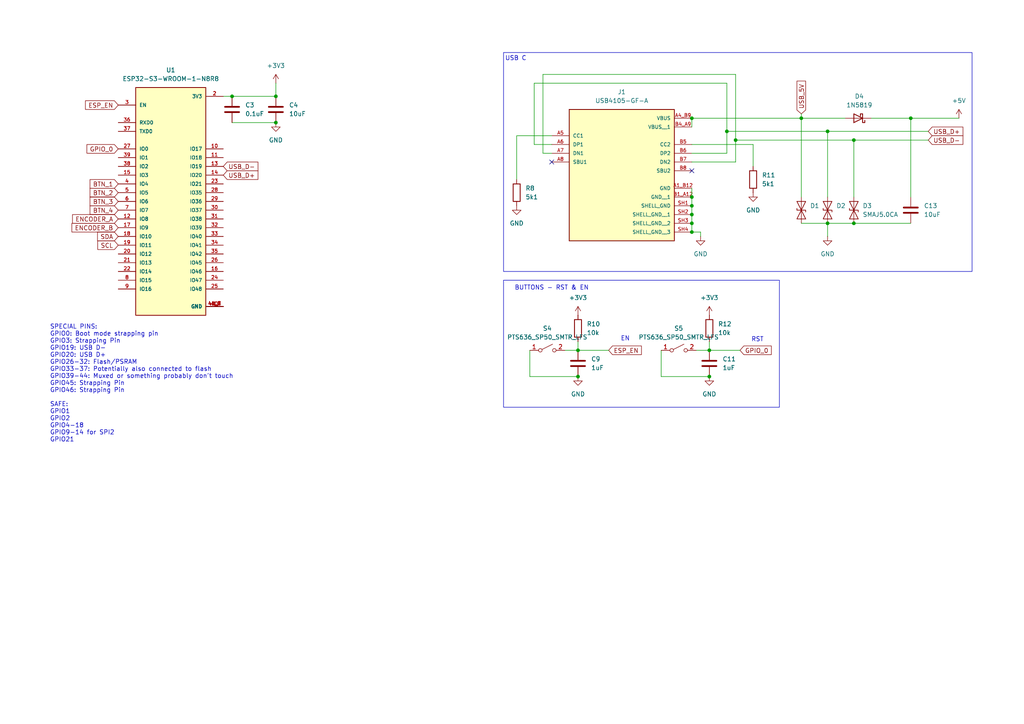
<source format=kicad_sch>
(kicad_sch (version 20231120) (generator "eeschema") (generator_version "8.0")
  (paper "A4")
  (lib_symbols
    (symbol "Device:C" (pin_numbers hide) (pin_names (offset 0.254))
      (property "Reference" "C" (at 0.635 2.54 0))
      (property "Value" "C" (at 0.635 -2.54 0))
      (symbol "C_0_1"
        (polyline (pts (xy -2.032 -0.762) (xy 2.032 -0.762)) (stroke (width 0.508)))
        (polyline (pts (xy -2.032 0.762) (xy 2.032 0.762)) (stroke (width 0.508)))
      )
      (symbol "C_1_1"
        (pin passive line (at 0 3.81 270) (length 2.794) (name "~") (number "1"))
        (pin passive line (at 0 -3.81 90) (length 2.794) (name "~") (number "2"))
      )
    )
    (symbol "Device:R" (pin_numbers hide) (pin_names (offset 0))
      (property "Reference" "R" (at 2.032 0 90))
      (property "Value" "R" (at 0 0 90))
      (symbol "R_0_1"
        (rectangle (start -1.016 -2.54) (end 1.016 2.54) (stroke (width 0.254)))
      )
      (symbol "R_1_1"
        (pin passive line (at 0 3.81 270) (length 1.27) (name "~") (number "1"))
        (pin passive line (at 0 -3.81 90) (length 1.27) (name "~") (number "2"))
      )
    )
    (symbol "Diode:1N5819" (pin_numbers hide) (pin_names (offset 1.016) hide)
      (property "Reference" "D" (at 0 2.54 0))
      (property "Value" "1N5819" (at 0 -2.54 0))
      (symbol "1N5819_0_1"
        (polyline (pts (xy 1.27 0) (xy -1.27 0)))
        (polyline (pts (xy 1.27 1.27) (xy 1.27 -1.27) (xy -1.27 0) (xy 1.27 1.27)) (stroke (width 0.254)))
        (polyline (pts (xy -1.905 0.635) (xy -1.905 1.27) (xy -1.27 1.27) (xy -1.27 -1.27) (xy -0.635 -1.27) (xy -0.635 -0.635)) (stroke (width 0.254)))
      )
      (symbol "1N5819_1_1"
        (pin passive line (at -3.81 0 0) (length 2.54) (name "K") (number "1"))
        (pin passive line (at 3.81 0 180) (length 2.54) (name "A") (number "2"))
      )
    )
    (symbol "Diode:SMAJ5.0CA" (pin_numbers hide) (pin_names (offset 1.016) hide)
      (property "Reference" "D" (at 0 2.54 0))
      (property "Value" "SMAJ5.0CA" (at 0 -2.54 0))
      (symbol "SMAJ5.0CA_0_1"
        (polyline (pts (xy 1.27 0) (xy -1.27 0)))
        (polyline (pts (xy -2.54 -1.27) (xy 0 0) (xy -2.54 1.27) (xy -2.54 -1.27)) (stroke (width 0.2032)))
        (polyline (pts (xy 0.508 1.27) (xy 0 1.27) (xy 0 -1.27) (xy -0.508 -1.27)) (stroke (width 0.2032)))
        (polyline (pts (xy 2.54 1.27) (xy 2.54 -1.27) (xy 0 0) (xy 2.54 1.27)) (stroke (width 0.2032)))
      )
      (symbol "SMAJ5.0CA_1_1"
        (pin passive line (at -3.81 0 0) (length 2.54) (name "A1") (number "1"))
        (pin passive line (at 3.81 0 180) (length 2.54) (name "A2") (number "2"))
      )
    )
    (symbol "Snapeda:ESP32-S3-WROOM-1-N8R8" (pin_names (offset 1.016))
      (property "Reference" "U" (at -10.16 34.1122 0))
      (property "Value" "ESP32-S3-WROOM-1-N8R8" (at -10.16 -35.56 0))
      (symbol "ESP32-S3-WROOM-1-N8R8_0_0"
        (rectangle (start -10.16 -33.02) (end 10.16 33.02) (stroke (width 0.254)) (fill (type background)))
        (pin power_in line (at 15.24 -30.48 180) (length 5.08) (name "GND") (number "1"))
        (pin bidirectional line (at 15.24 15.24 180) (length 5.08) (name "IO17") (number "10"))
        (pin bidirectional line (at 15.24 12.7 180) (length 5.08) (name "IO18") (number "11"))
        (pin bidirectional line (at -15.24 -5.08 0) (length 5.08) (name "IO8") (number "12"))
        (pin bidirectional line (at 15.24 10.16 180) (length 5.08) (name "IO19") (number "13"))
        (pin bidirectional line (at 15.24 7.62 180) (length 5.08) (name "IO20") (number "14"))
        (pin bidirectional line (at -15.24 7.62 0) (length 5.08) (name "IO3") (number "15"))
        (pin bidirectional line (at 15.24 -20.32 180) (length 5.08) (name "IO46") (number "16"))
        (pin bidirectional line (at -15.24 -7.62 0) (length 5.08) (name "IO9") (number "17"))
        (pin bidirectional line (at -15.24 -10.16 0) (length 5.08) (name "IO10") (number "18"))
        (pin bidirectional line (at -15.24 -12.7 0) (length 5.08) (name "IO11") (number "19"))
        (pin power_in line (at 15.24 30.48 180) (length 5.08) (name "3V3") (number "2"))
        (pin bidirectional line (at -15.24 -15.24 0) (length 5.08) (name "IO12") (number "20"))
        (pin bidirectional line (at -15.24 -17.78 0) (length 5.08) (name "IO13") (number "21"))
        (pin bidirectional line (at -15.24 -20.32 0) (length 5.08) (name "IO14") (number "22"))
        (pin bidirectional line (at 15.24 5.08 180) (length 5.08) (name "IO21") (number "23"))
        (pin bidirectional line (at 15.24 -22.86 180) (length 5.08) (name "IO47") (number "24"))
        (pin bidirectional line (at 15.24 -25.4 180) (length 5.08) (name "IO48") (number "25"))
        (pin bidirectional line (at 15.24 -17.78 180) (length 5.08) (name "IO45") (number "26"))
        (pin bidirectional line (at -15.24 15.24 0) (length 5.08) (name "IO0") (number "27"))
        (pin bidirectional line (at 15.24 2.54 180) (length 5.08) (name "IO35") (number "28"))
        (pin bidirectional line (at 15.24 0 180) (length 5.08) (name "IO36") (number "29"))
        (pin input line (at -15.24 27.94 0) (length 5.08) (name "EN") (number "3"))
        (pin bidirectional line (at 15.24 -2.54 180) (length 5.08) (name "IO37") (number "30"))
        (pin bidirectional line (at 15.24 -5.08 180) (length 5.08) (name "IO38") (number "31"))
        (pin bidirectional line (at 15.24 -7.62 180) (length 5.08) (name "IO39") (number "32"))
        (pin bidirectional line (at 15.24 -10.16 180) (length 5.08) (name "IO40") (number "33"))
        (pin bidirectional line (at 15.24 -12.7 180) (length 5.08) (name "IO41") (number "34"))
        (pin bidirectional line (at 15.24 -15.24 180) (length 5.08) (name "IO42") (number "35"))
        (pin bidirectional line (at -15.24 22.86 0) (length 5.08) (name "RXD0") (number "36"))
        (pin bidirectional line (at -15.24 20.32 0) (length 5.08) (name "TXD0") (number "37"))
        (pin bidirectional line (at -15.24 10.16 0) (length 5.08) (name "IO2") (number "38"))
        (pin bidirectional line (at -15.24 12.7 0) (length 5.08) (name "IO1") (number "39"))
        (pin bidirectional line (at -15.24 5.08 0) (length 5.08) (name "IO4") (number "4"))
        (pin power_in line (at 15.24 -30.48 180) (length 5.08) (name "GND") (number "40"))
        (pin power_in line (at 15.24 -30.48 180) (length 5.08) (name "GND") (number "41_1"))
        (pin power_in line (at 15.24 -30.48 180) (length 5.08) (name "GND") (number "41_2"))
        (pin power_in line (at 15.24 -30.48 180) (length 5.08) (name "GND") (number "41_3"))
        (pin power_in line (at 15.24 -30.48 180) (length 5.08) (name "GND") (number "41_4"))
        (pin power_in line (at 15.24 -30.48 180) (length 5.08) (name "GND") (number "41_5"))
        (pin power_in line (at 15.24 -30.48 180) (length 5.08) (name "GND") (number "41_6"))
        (pin power_in line (at 15.24 -30.48 180) (length 5.08) (name "GND") (number "41_7"))
        (pin power_in line (at 15.24 -30.48 180) (length 5.08) (name "GND") (number "41_8"))
        (pin power_in line (at 15.24 -30.48 180) (length 5.08) (name "GND") (number "41_9"))
        (pin bidirectional line (at -15.24 2.54 0) (length 5.08) (name "IO5") (number "5"))
        (pin bidirectional line (at -15.24 0 0) (length 5.08) (name "IO6") (number "6"))
        (pin bidirectional line (at -15.24 -2.54 0) (length 5.08) (name "IO7") (number "7"))
        (pin bidirectional line (at -15.24 -22.86 0) (length 5.08) (name "IO15") (number "8"))
        (pin bidirectional line (at -15.24 -25.4 0) (length 5.08) (name "IO16") (number "9"))
      )
    )
    (symbol "Snapeda:USB4105-GF-A" (pin_names (offset 1.016))
      (property "Reference" "J" (at -15.24 13.97 0))
      (property "Value" "USB4105-GF-A" (at -15.24 -27.94 0))
      (symbol "USB4105-GF-A_0_0"
        (rectangle (start -15.24 -25.4) (end 15.24 12.7) (stroke (width 0.254)) (fill (type background)))
        (pin power_in line (at 20.32 -10.16 180) (length 5.08) (name "GND") (number "A1_B12"))
        (pin power_in line (at 20.32 10.16 180) (length 5.08) (name "VBUS") (number "A4_B9"))
        (pin bidirectional line (at -20.32 5.08 0) (length 5.08) (name "CC1") (number "A5"))
        (pin bidirectional line (at -20.32 2.54 0) (length 5.08) (name "DP1") (number "A6"))
        (pin bidirectional line (at -20.32 0 0) (length 5.08) (name "DN1") (number "A7"))
        (pin bidirectional line (at -20.32 -2.54 0) (length 5.08) (name "SBU1") (number "A8"))
        (pin power_in line (at 20.32 -12.7 180) (length 5.08) (name "GND__1") (number "B1_A12"))
        (pin power_in line (at 20.32 7.62 180) (length 5.08) (name "VBUS__1") (number "B4_A9"))
        (pin bidirectional line (at 20.32 2.54 180) (length 5.08) (name "CC2") (number "B5"))
        (pin bidirectional line (at 20.32 0 180) (length 5.08) (name "DP2") (number "B6"))
        (pin bidirectional line (at 20.32 -2.54 180) (length 5.08) (name "DN2") (number "B7"))
        (pin bidirectional line (at 20.32 -5.08 180) (length 5.08) (name "SBU2") (number "B8"))
        (pin power_in line (at 20.32 -15.24 180) (length 5.08) (name "SHELL_GND") (number "SH1"))
        (pin power_in line (at 20.32 -17.78 180) (length 5.08) (name "SHELL_GND__1") (number "SH2"))
        (pin power_in line (at 20.32 -20.32 180) (length 5.08) (name "SHELL_GND__2") (number "SH3"))
        (pin power_in line (at 20.32 -22.86 180) (length 5.08) (name "SHELL_GND__3") (number "SH4"))
      )
    )
    (symbol "Switch:SW_SPST" (pin_names (offset 0) hide)
      (property "Reference" "SW" (at 0 3.175 0))
      (property "Value" "SW_SPST" (at 0 -2.54 0))
      (symbol "SW_SPST_0_0"
        (circle (center -2.032 0) (radius 0.508))
        (polyline (pts (xy -1.524 0.254) (xy 1.524 1.778)))
        (circle (center 2.032 0) (radius 0.508))
      )
      (symbol "SW_SPST_1_1"
        (pin passive line (at -5.08 0 0) (length 2.54) (name "A") (number "1"))
        (pin passive line (at 5.08 0 180) (length 2.54) (name "B") (number "2"))
      )
    )
    (symbol "power:+3V3" (power) (pin_numbers hide) (pin_names (offset 0) hide)
      (property "Value" "+3V3" (at 0 3.556 0))
      (symbol "+3V3_0_1"
        (polyline (pts (xy -0.762 1.27) (xy 0 2.54)))
        (polyline (pts (xy 0 0) (xy 0 2.54)))
        (polyline (pts (xy 0 2.54) (xy 0.762 1.27)))
      )
      (symbol "+3V3_1_1"
        (pin power_in line (at 0 0 90) (length 0) (name "~") (number "1"))
      )
    )
    (symbol "power:+5V" (power) (pin_numbers hide) (pin_names (offset 0) hide)
      (property "Value" "+5V" (at 0 3.556 0))
      (symbol "+5V_0_1"
        (polyline (pts (xy -0.762 1.27) (xy 0 2.54)))
        (polyline (pts (xy 0 0) (xy 0 2.54)))
        (polyline (pts (xy 0 2.54) (xy 0.762 1.27)))
      )
      (symbol "+5V_1_1"
        (pin power_in line (at 0 0 90) (length 0) (name "~") (number "1"))
      )
    )
    (symbol "power:GND" (power) (pin_numbers hide) (pin_names (offset 0) hide)
      (property "Value" "GND" (at 0 -3.81 0))
      (symbol "GND_0_1"
        (polyline (pts (xy 0 0) (xy 0 -1.27) (xy 1.27 -1.27) (xy 0 -2.54) (xy -1.27 -1.27) (xy 0 -1.27)))
      )
      (symbol "GND_1_1"
        (pin power_in line (at 0 0 270) (length 0) (name "~") (number "1"))
      )
    )
  )
  (junction (at 205.74 109.22))
  (junction (at 67.31 27.94))
  (junction (at 205.74 101.6))
  (junction (at 80.01 35.56))
  (junction (at 232.41 34.29))
  (junction (at 200.66 62.23))
  (junction (at 200.66 67.31))
  (junction (at 167.64 101.6))
  (junction (at 200.66 59.69))
  (junction (at 80.01 27.94))
  (junction (at 213.36 40.64))
  (junction (at 264.16 34.29))
  (junction (at 200.66 34.29))
  (junction (at 247.65 40.64))
  (junction (at 240.03 38.1))
  (junction (at 247.65 64.77))
  (junction (at 240.03 64.77))
  (junction (at 167.64 109.22))
  (junction (at 200.66 64.77))
  (junction (at 200.66 57.15))
  (junction (at 210.82 38.1))
  (no_connect (at 200.66 49.53))
  (no_connect (at 160.02 46.99))
  (wire (pts (xy 200.66 57.15) (xy 200.66 59.69)))
  (wire (pts (xy 205.74 99.06) (xy 205.74 101.6)))
  (wire (pts (xy 213.36 21.59) (xy 213.36 40.64)))
  (wire (pts (xy 210.82 24.13) (xy 210.82 38.1)))
  (wire (pts (xy 157.48 21.59) (xy 213.36 21.59)))
  (wire (pts (xy 149.86 52.07) (xy 149.86 39.37)))
  (wire (pts (xy 200.66 46.99) (xy 213.36 46.99)))
  (wire (pts (xy 232.41 33.02) (xy 232.41 34.29)))
  (wire (pts (xy 240.03 38.1) (xy 240.03 57.15)))
  (wire (pts (xy 157.48 44.45) (xy 157.48 21.59)))
  (wire (pts (xy 200.66 59.69) (xy 200.66 62.23)))
  (wire (pts (xy 218.44 41.91) (xy 200.66 41.91)))
  (wire (pts (xy 264.16 34.29) (xy 278.13 34.29)))
  (wire (pts (xy 153.67 109.22) (xy 167.64 109.22)))
  (wire (pts (xy 264.16 34.29) (xy 264.16 57.15)))
  (wire (pts (xy 149.86 39.37) (xy 160.02 39.37)))
  (wire (pts (xy 163.83 101.6) (xy 167.64 101.6)))
  (wire (pts (xy 80.01 24.13) (xy 80.01 27.94)))
  (wire (pts (xy 64.77 27.94) (xy 67.31 27.94)))
  (wire (pts (xy 218.44 48.26) (xy 218.44 41.91)))
  (wire (pts (xy 154.94 24.13) (xy 210.82 24.13)))
  (wire (pts (xy 167.64 99.06) (xy 167.64 101.6)))
  (wire (pts (xy 247.65 64.77) (xy 264.16 64.77)))
  (wire (pts (xy 153.67 101.6) (xy 153.67 109.22)))
  (wire (pts (xy 160.02 41.91) (xy 154.94 41.91)))
  (wire (pts (xy 203.2 67.31) (xy 200.66 67.31)))
  (wire (pts (xy 67.31 27.94) (xy 80.01 27.94)))
  (wire (pts (xy 247.65 40.64) (xy 247.65 57.15)))
  (wire (pts (xy 210.82 38.1) (xy 240.03 38.1)))
  (wire (pts (xy 154.94 24.13) (xy 154.94 41.91)))
  (wire (pts (xy 200.66 44.45) (xy 210.82 44.45)))
  (wire (pts (xy 200.66 64.77) (xy 200.66 67.31)))
  (wire (pts (xy 200.66 54.61) (xy 200.66 57.15)))
  (wire (pts (xy 240.03 64.77) (xy 247.65 64.77)))
  (wire (pts (xy 203.2 68.58) (xy 203.2 67.31)))
  (wire (pts (xy 240.03 38.1) (xy 269.24 38.1)))
  (wire (pts (xy 252.73 34.29) (xy 264.16 34.29)))
  (wire (pts (xy 160.02 44.45) (xy 157.48 44.45)))
  (wire (pts (xy 214.63 101.6) (xy 205.74 101.6)))
  (wire (pts (xy 232.41 64.77) (xy 240.03 64.77)))
  (wire (pts (xy 213.36 40.64) (xy 247.65 40.64)))
  (wire (pts (xy 232.41 34.29) (xy 245.11 34.29)))
  (wire (pts (xy 176.53 101.6) (xy 167.64 101.6)))
  (wire (pts (xy 200.66 34.29) (xy 232.41 34.29)))
  (wire (pts (xy 247.65 40.64) (xy 269.24 40.64)))
  (wire (pts (xy 232.41 34.29) (xy 232.41 57.15)))
  (wire (pts (xy 200.66 34.29) (xy 200.66 36.83)))
  (wire (pts (xy 210.82 38.1) (xy 210.82 44.45)))
  (wire (pts (xy 213.36 46.99) (xy 213.36 40.64)))
  (wire (pts (xy 191.77 101.6) (xy 191.77 109.22)))
  (wire (pts (xy 201.93 101.6) (xy 205.74 101.6)))
  (wire (pts (xy 240.03 64.77) (xy 240.03 68.58)))
  (wire (pts (xy 191.77 109.22) (xy 205.74 109.22)))
  (wire (pts (xy 200.66 62.23) (xy 200.66 64.77)))
  (wire (pts (xy 67.31 35.56) (xy 80.01 35.56)))
  (rectangle (start 146.05 15.24) (end 281.94 78.74))
  (rectangle (start 146.05 81.28) (end 226.06 118.11))
  (text "USB C" (at 149.606 17.018 0) (effects (font (size 1.27 1.27))))
  (text "RST" (at 219.71 98.552 0) (effects (font (size 1.27 1.27))))
  (text "EN" (at 181.356 98.298 0) (effects (font (size 1.27 1.27))))
  (text "SPECIAL PINS:\nGPIO0: Boot mode strapping pin\nGPIO3: Strapping Pin\nGPIO19: USB D-\nGPIO20: USB D+\nGPIO26-32: Flash/PSRAM\nGPIO33-37: Potentially also connected to flash\nGPIO39-44: Muxed or something probably don't touch\nGPIO45: Strapping Pin\nGPIO46: Strapping Pin\n\nSAFE:\nGPIO1\nGPIO2\nGPIO4-18\nGPIO9-14 for SPI2\nGPIO21" (at 14.478 111.252 0) (effects (font (size 1.27 1.27)) (justify left)))
  (text "BUTTONS - RST & EN" (at 160.02 83.566 0) (effects (font (size 1.27 1.27))))
  (global_label "USB_D-" (shape input) (at 269.24 40.64 0) (property "Intersheetrefs" "${INTERSHEET_REFS}" (effects (hide yes))))
  (global_label "BTN_2" (shape input) (at 34.29 55.88 180) (property "Intersheetrefs" "${INTERSHEET_REFS}" (effects (hide yes))))
  (global_label "USB_D-" (shape input) (at 64.77 48.26 0) (property "Intersheetrefs" "${INTERSHEET_REFS}" (effects (hide yes))))
  (global_label "ENCODER_B" (shape input) (at 34.29 66.04 180) (property "Intersheetrefs" "${INTERSHEET_REFS}" (effects (hide yes))))
  (global_label "BTN_4" (shape input) (at 34.29 60.96 180) (property "Intersheetrefs" "${INTERSHEET_REFS}" (effects (hide yes))))
  (global_label "ESP_EN" (shape input) (at 34.29 30.48 180) (property "Intersheetrefs" "${INTERSHEET_REFS}" (effects (hide yes))))
  (global_label "USB_5V" (shape input) (at 232.41 33.02 90) (property "Intersheetrefs" "${INTERSHEET_REFS}" (effects (hide yes))))
  (global_label "SCL" (shape input) (at 34.29 71.12 180) (property "Intersheetrefs" "${INTERSHEET_REFS}" (effects (hide yes))))
  (global_label "ENCODER_A" (shape input) (at 34.29 63.5 180) (property "Intersheetrefs" "${INTERSHEET_REFS}" (effects (hide yes))))
  (global_label "BTN_1" (shape input) (at 34.29 53.34 180) (property "Intersheetrefs" "${INTERSHEET_REFS}" (effects (hide yes))))
  (global_label "BTN_3" (shape input) (at 34.29 58.42 180) (property "Intersheetrefs" "${INTERSHEET_REFS}" (effects (hide yes))))
  (global_label "SDA" (shape input) (at 34.29 68.58 180) (property "Intersheetrefs" "${INTERSHEET_REFS}" (effects (hide yes))))
  (global_label "USB_D+" (shape input) (at 64.77 50.8 0) (property "Intersheetrefs" "${INTERSHEET_REFS}" (effects (hide yes))))
  (global_label "USB_D+" (shape input) (at 269.24 38.1 0) (property "Intersheetrefs" "${INTERSHEET_REFS}" (effects (hide yes))))
  (global_label "GPIO_0" (shape input) (at 34.29 43.18 180) (property "Intersheetrefs" "${INTERSHEET_REFS}" (effects (hide yes))))
  (global_label "ESP_EN" (shape input) (at 176.53 101.6 0) (property "Intersheetrefs" "${INTERSHEET_REFS}" (effects (hide yes))))
  (global_label "GPIO_0" (shape input) (at 214.63 101.6 0) (property "Intersheetrefs" "${INTERSHEET_REFS}" (effects (hide yes))))
  (symbol (lib_id "Device:R") (at 205.74 95.25 0) (unit 1)
    (property "Reference" "R12" (at 208.28 93.9799 0) (effects (justify left)))
    (property "Value" "10k" (at 208.28 96.5199 0) (effects (justify left)))
    (property "Footprint" "Resistor_SMD:R_1206_3216Metric_Pad1.30x1.75mm_HandSolder" (effects (hide yes)))
    (property "Description" "Resistor" (effects (hide yes)))
  )
  (symbol (lib_id "Device:C") (at 264.16 60.96 0) (unit 1)
    (property "Reference" "C13" (at 267.97 59.6899 0) (effects (justify left)))
    (property "Value" "10uF" (at 267.97 62.2299 0) (effects (justify left)))
    (property "Footprint" "Capacitor_SMD:C_1206_3216Metric" (effects (hide yes)))
    (property "Description" "Unpolarized capacitor" (effects (hide yes)))
  )
  (symbol (lib_id "Diode:SMAJ5.0CA") (at 240.03 60.96 90) (unit 1)
    (property "Reference" "D2" (at 242.57 59.6899 90) (effects (justify right)))
    (property "Value" "SMAJ5.0CA" (effects (hide yes)))
    (property "Footprint" "Diode_SMD:D_SMA" (effects (hide yes)))
    (property "Datasheet" "https://www.littelfuse.com/media?resourcetype=datasheets&itemid=75e32973-b177-4ee3-a0ff-cedaf1abdb93&filename=smaj-datasheet" (effects (hide yes)))
    (property "Description" "400W bidirectional Transient Voltage Suppressor, 5.0Vr, SMA(DO-214AC)" (effects (hide yes)))
  )
  (symbol (lib_id "power:GND") (at 205.74 109.22 0) (unit 1)
    (property "Reference" "#PWR020" (effects (hide yes)))
    (property "Value" "GND" (at 205.74 114.3 0))
    (property "Description" "Power symbol creates a global label with name \"GND\" , ground" (effects (hide yes)))
  )
  (symbol (lib_id "power:+3V3") (at 80.01 24.13 0) (unit 1)
    (property "Reference" "#PWR07" (effects (hide yes)))
    (property "Value" "+3V3" (at 80.01 19.05 0))
    (property "Description" "Power symbol creates a global label with name \"+3V3\"" (effects (hide yes)))
  )
  (symbol (lib_id "power:GND") (at 149.86 59.69 0) (unit 1)
    (property "Reference" "#PWR011" (effects (hide yes)))
    (property "Value" "GND" (at 149.86 64.77 0))
    (property "Description" "Power symbol creates a global label with name \"GND\" , ground" (effects (hide yes)))
  )
  (symbol (lib_id "Switch:SW_SPST") (at 158.75 101.6 0) (unit 1)
    (property "Reference" "S4" (at 158.75 95.25 0))
    (property "Value" "PTS636_SP50_SMTR_LFS" (at 158.75 97.79 0))
    (property "Footprint" "SamacSys_Parts:PTS636SP50SMTRLFS" (effects (hide yes)))
    (property "Datasheet" "https://componentsearchengine.com/Datasheets/1/PTS636SP50SMTRLFS.pdf" (effects (hide yes)))
    (property "Description" "Tactile Switches Tact 50mA 12VDC, 6.0x3.5, 5.0mm H, 320gf, G leads, No ground pin, Black Actuator" (effects (hide yes)))
    (property "Height" "5.2" (effects (hide yes)))
    (property "Mouser Part Number" "611-PTS636SP50SMTRLF" (effects (hide yes)))
    (property "Mouser Price/Stock" "https://www.mouser.co.uk/ProductDetail/CK/PTS636-SP50-SMTR-LFS?qs=vLWxofP3U2yQrwr1QnrRJw%3D%3D" (effects (hide yes)))
    (property "Manufacturer_Name" "C & K COMPONENTS" (effects (hide yes)))
    (property "Manufacturer_Part_Number" "PTS636 SP50 SMTR LFS" (effects (hide yes)))
  )
  (symbol (lib_id "Device:C") (at 205.74 105.41 0) (unit 1)
    (property "Reference" "C11" (at 209.55 104.1399 0) (effects (justify left)))
    (property "Value" "1uF" (at 209.55 106.6799 0) (effects (justify left)))
    (property "Footprint" "Capacitor_SMD:C_1206_3216Metric" (effects (hide yes)))
    (property "Description" "Unpolarized capacitor" (effects (hide yes)))
  )
  (symbol (lib_id "power:GND") (at 203.2 68.58 0) (unit 1)
    (property "Reference" "#PWR012" (effects (hide yes)))
    (property "Value" "GND" (at 203.2 73.66 0))
    (property "Description" "Power symbol creates a global label with name \"GND\" , ground" (effects (hide yes)))
  )
  (symbol (lib_id "Device:R") (at 149.86 55.88 0) (unit 1)
    (property "Reference" "R8" (at 152.4 54.6099 0) (effects (justify left)))
    (property "Value" "5k1" (at 152.4 57.1499 0) (effects (justify left)))
    (property "Footprint" "Resistor_SMD:R_1206_3216Metric_Pad1.30x1.75mm_HandSolder" (effects (hide yes)))
    (property "Description" "Resistor" (effects (hide yes)))
  )
  (symbol (lib_id "Device:C") (at 67.31 31.75 0) (unit 1)
    (property "Reference" "C3" (at 71.12 30.4799 0) (effects (justify left)))
    (property "Value" "0.1uF" (at 71.12 33.0199 0) (effects (justify left)))
    (property "Footprint" "Capacitor_SMD:C_1206_3216Metric" (effects (hide yes)))
    (property "Description" "Unpolarized capacitor" (effects (hide yes)))
  )
  (symbol (lib_id "Diode:SMAJ5.0CA") (at 232.41 60.96 90) (unit 1)
    (property "Reference" "D1" (at 234.95 59.6899 90) (effects (justify right)))
    (property "Value" "SMAJ5.0CA" (effects (hide yes)))
    (property "Footprint" "Diode_SMD:D_SMA" (effects (hide yes)))
    (property "Datasheet" "https://www.littelfuse.com/media?resourcetype=datasheets&itemid=75e32973-b177-4ee3-a0ff-cedaf1abdb93&filename=smaj-datasheet" (effects (hide yes)))
    (property "Description" "400W bidirectional Transient Voltage Suppressor, 5.0Vr, SMA(DO-214AC)" (effects (hide yes)))
  )
  (symbol (lib_id "Snapeda:USB4105-GF-A") (at 180.34 44.45 0) (unit 1)
    (property "Reference" "J1" (at 180.34 26.67 0))
    (property "Value" "USB4105-GF-A" (at 180.34 29.21 0))
    (property "Footprint" "Snapeda:USB4105-GF-A_GCT_USB4105-GF-A" (effects (hide yes)))
    (property "Datasheet" "https://mm.digikey.com/Volume0/opasdata/d220001/medias/docus/5492/USB4105.pdf" (effects (hide yes)))
    (property "PARTREV" "B4" (effects (hide yes)))
    (property "STANDARD" "Manufacturer Recommendations" (effects (hide yes)))
    (property "MAXIMUM_PACKAGE_HEIGHT" "3.31 mm" (effects (hide yes)))
    (property "MANUFACTURER" "GCT" (effects (hide yes)))
  )
  (symbol (lib_id "Diode:SMAJ5.0CA") (at 247.65 60.96 90) (unit 1)
    (property "Reference" "D3" (at 250.19 59.6899 90) (effects (justify right)))
    (property "Value" "SMAJ5.0CA" (at 250.19 62.2299 90) (effects (justify right)))
    (property "Footprint" "Diode_SMD:D_SMA" (effects (hide yes)))
    (property "Datasheet" "https://www.littelfuse.com/media?resourcetype=datasheets&itemid=75e32973-b177-4ee3-a0ff-cedaf1abdb93&filename=smaj-datasheet" (effects (hide yes)))
    (property "Description" "400W bidirectional Transient Voltage Suppressor, 5.0Vr, SMA(DO-214AC)" (effects (hide yes)))
  )
  (symbol (lib_id "Device:C") (at 167.64 105.41 0) (unit 1)
    (property "Reference" "C9" (at 171.45 104.1399 0) (effects (justify left)))
    (property "Value" "1uF" (at 171.45 106.6799 0) (effects (justify left)))
    (property "Footprint" "Capacitor_SMD:C_1206_3216Metric" (effects (hide yes)))
    (property "Description" "Unpolarized capacitor" (effects (hide yes)))
  )
  (symbol (lib_id "power:+5V") (at 278.13 34.29 0) (unit 1)
    (property "Reference" "#PWR023" (effects (hide yes)))
    (property "Value" "+5V" (at 278.13 29.21 0))
    (property "Description" "Power symbol creates a global label with name \"+5V\"" (effects (hide yes)))
  )
  (symbol (lib_id "power:+3V3") (at 205.74 91.44 0) (unit 1)
    (property "Reference" "#PWR019" (effects (hide yes)))
    (property "Value" "+3V3" (at 205.74 86.36 0))
    (property "Description" "Power symbol creates a global label with name \"+3V3\"" (effects (hide yes)))
  )
  (symbol (lib_id "power:GND") (at 218.44 55.88 0) (unit 1)
    (property "Reference" "#PWR017" (effects (hide yes)))
    (property "Value" "GND" (at 218.44 60.96 0))
    (property "Description" "Power symbol creates a global label with name \"GND\" , ground" (effects (hide yes)))
  )
  (symbol (lib_id "power:+3V3") (at 167.64 91.44 0) (unit 1)
    (property "Reference" "#PWR014" (effects (hide yes)))
    (property "Value" "+3V3" (at 167.64 86.36 0))
    (property "Description" "Power symbol creates a global label with name \"+3V3\"" (effects (hide yes)))
  )
  (symbol (lib_id "power:GND") (at 167.64 109.22 0) (unit 1)
    (property "Reference" "#PWR015" (effects (hide yes)))
    (property "Value" "GND" (at 167.64 114.3 0))
    (property "Description" "Power symbol creates a global label with name \"GND\" , ground" (effects (hide yes)))
  )
  (symbol (lib_id "Switch:SW_SPST") (at 196.85 101.6 0) (unit 1)
    (property "Reference" "S5" (at 196.85 95.25 0))
    (property "Value" "PTS636_SP50_SMTR_LFS" (at 196.85 97.79 0))
    (property "Footprint" "SamacSys_Parts:PTS636SP50SMTRLFS" (effects (hide yes)))
    (property "Datasheet" "https://componentsearchengine.com/Datasheets/1/PTS636SP50SMTRLFS.pdf" (effects (hide yes)))
    (property "Description" "Tactile Switches Tact 50mA 12VDC, 6.0x3.5, 5.0mm H, 320gf, G leads, No ground pin, Black Actuator" (effects (hide yes)))
    (property "Height" "5.2" (effects (hide yes)))
    (property "Mouser Part Number" "611-PTS636SP50SMTRLF" (effects (hide yes)))
    (property "Mouser Price/Stock" "https://www.mouser.co.uk/ProductDetail/CK/PTS636-SP50-SMTR-LFS?qs=vLWxofP3U2yQrwr1QnrRJw%3D%3D" (effects (hide yes)))
    (property "Manufacturer_Name" "C & K COMPONENTS" (effects (hide yes)))
    (property "Manufacturer_Part_Number" "PTS636 SP50 SMTR LFS" (effects (hide yes)))
  )
  (symbol (lib_id "Device:C") (at 80.01 31.75 0) (unit 1)
    (property "Reference" "C4" (at 83.82 30.4799 0) (effects (justify left)))
    (property "Value" "10uF" (at 83.82 33.0199 0) (effects (justify left)))
    (property "Footprint" "Capacitor_SMD:C_1206_3216Metric" (effects (hide yes)))
    (property "Description" "Unpolarized capacitor" (effects (hide yes)))
  )
  (symbol (lib_id "Device:R") (at 167.64 95.25 0) (unit 1)
    (property "Reference" "R10" (at 170.18 93.9799 0) (effects (justify left)))
    (property "Value" "10k" (at 170.18 96.5199 0) (effects (justify left)))
    (property "Footprint" "Resistor_SMD:R_1206_3216Metric_Pad1.30x1.75mm_HandSolder" (effects (hide yes)))
    (property "Description" "Resistor" (effects (hide yes)))
  )
  (symbol (lib_id "Device:R") (at 218.44 52.07 0) (unit 1)
    (property "Reference" "R11" (at 220.98 50.7999 0) (effects (justify left)))
    (property "Value" "5k1" (at 220.98 53.3399 0) (effects (justify left)))
    (property "Footprint" "Resistor_SMD:R_1206_3216Metric_Pad1.30x1.75mm_HandSolder" (effects (hide yes)))
    (property "Description" "Resistor" (effects (hide yes)))
  )
  (symbol (lib_id "power:GND") (at 80.01 35.56 0) (unit 1)
    (property "Reference" "#PWR08" (effects (hide yes)))
    (property "Value" "GND" (at 80.01 40.64 0))
    (property "Description" "Power symbol creates a global label with name \"GND\" , ground" (effects (hide yes)))
  )
  (symbol (lib_id "Snapeda:ESP32-S3-WROOM-1-N8R8") (at 49.53 58.42 0) (unit 1)
    (property "Reference" "U1" (at 49.53 20.32 0))
    (property "Value" "ESP32-S3-WROOM-1-N8R8" (at 49.53 22.86 0))
    (property "Footprint" "Snapeda:ESP32-S3-WROOM-1-N8R8_XCVR_ESP32S3WROOM1N8R8" (effects (hide yes)))
    (property "Description" "Bluetooth, WiFi 802.11b/g/n, Bluetooth v5.0 Transceiver Module 2.4GHz PCB Trace Surface Mount" (effects (hide yes)))
    (property "MF" "Espressif Systems" (effects (hide yes)))
    (property "PACKAGE" "SMD-41 Espressif Systems" (effects (hide yes)))
    (property "PRICE" "None" (effects (hide yes)))
    (property "Package" "NON STANDARD Espressif Systems" (effects (hide yes)))
    (property "Check_prices" "https://www.snapeda.com/parts/ESP32-S3-WROOM-1-N8R8/Espressif+Systems/view-part/?ref=eda" (effects (hide yes)))
    (property "Price" "None" (effects (hide yes)))
    (property "SnapEDA_Link" "https://www.snapeda.com/parts/ESP32-S3-WROOM-1-N8R8/Espressif+Systems/view-part/?ref=snap" (effects (hide yes)))
    (property "MP" "ESP32-S3-WROOM-1-N8R8" (effects (hide yes)))
    (property "Purchase-URL" "https://www.snapeda.com/api/url_track_click_mouser/?unipart_id=8936581&manufacturer=Espressif Systems&part_name=ESP32-S3-WROOM-1-N8R8&search_term=esp32-s3-wroom-1" (effects (hide yes)))
    (property "Description_1" "\nBluetooth, WiFi 802.11b/g/n, Bluetooth v5.0 Transceiver Module 2.4GHz PCB Trace Surface Mount\n" (effects (hide yes)))
    (property "Availability" "In Stock" (effects (hide yes)))
    (property "AVAILABILITY" "In Stock" (effects (hide yes)))
    (property "PURCHASE-URL" "https://pricing.snapeda.com/search/part/ESP32S3WROOM1N8R8/?ref=eda" (effects (hide yes)))
  )
  (symbol (lib_id "power:GND") (at 240.03 68.58 0) (unit 1)
    (property "Reference" "#PWR018" (effects (hide yes)))
    (property "Value" "GND" (at 240.03 73.66 0))
    (property "Description" "Power symbol creates a global label with name \"GND\" , ground" (effects (hide yes)))
  )
  (symbol (lib_id "Diode:1N5819") (at 248.92 34.29 180) (unit 1)
    (property "Reference" "D4" (at 249.2375 27.94 0))
    (property "Value" "1N5819" (at 249.2375 30.48 0))
    (property "Footprint" "Diode_THT:D_DO-41_SOD81_P10.16mm_Horizontal" (effects (hide yes)))
    (property "Datasheet" "http://www.vishay.com/docs/88525/1n5817.pdf" (effects (hide yes)))
    (property "Description" "40V 1A Schottky Barrier Rectifier Diode, DO-41" (effects (hide yes)))
  )
)
</source>
